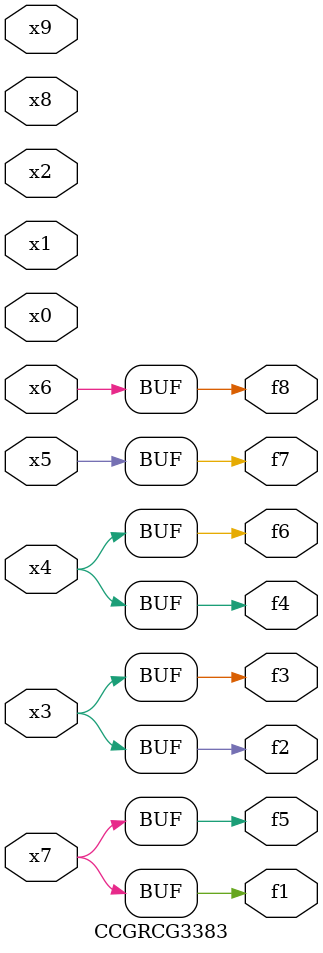
<source format=v>
module CCGRCG3383(
	input x0, x1, x2, x3, x4, x5, x6, x7, x8, x9,
	output f1, f2, f3, f4, f5, f6, f7, f8
);
	assign f1 = x7;
	assign f2 = x3;
	assign f3 = x3;
	assign f4 = x4;
	assign f5 = x7;
	assign f6 = x4;
	assign f7 = x5;
	assign f8 = x6;
endmodule

</source>
